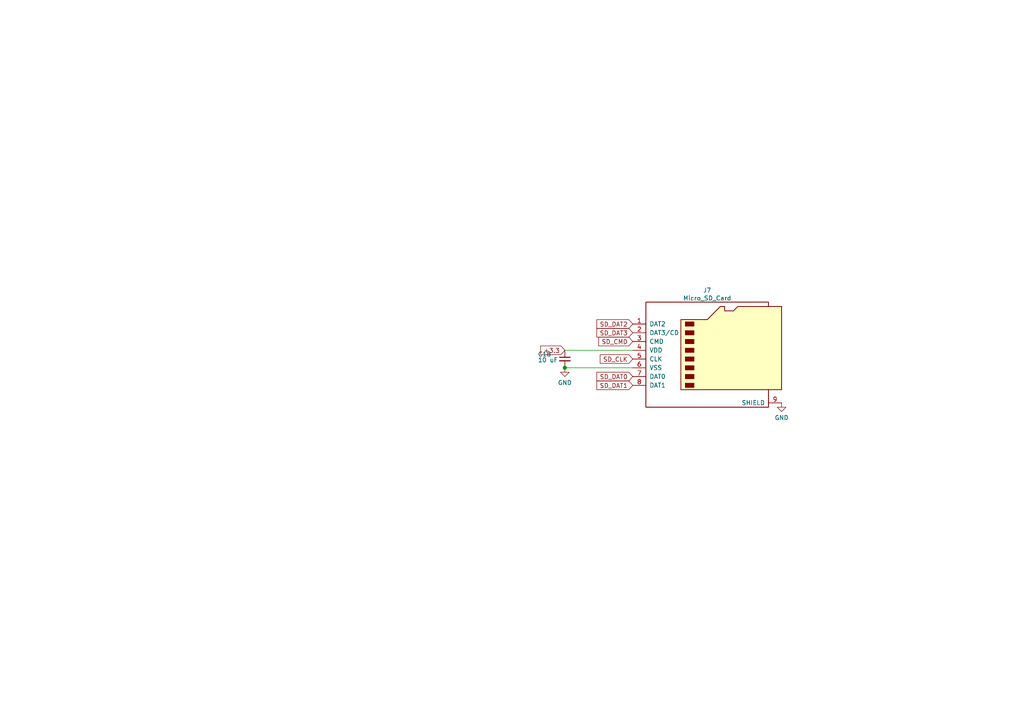
<source format=kicad_sch>
(kicad_sch (version 20210126) (generator eeschema)
  (paper "A4")
  (lib_symbols
    (symbol "Connector:Micro_SD_Card" (pin_names (offset 1.016))
      (property "Reference" "J" (at -16.51 15.24 0))
      (property "Value" "Micro_SD_Card" (at 16.51 15.24 0))
      (symbol "Micro_SD_Card_0_1"
        (rectangle (start -7.62 -9.525) (end -5.08 -10.795) (fill (type outline)))
        (rectangle (start -7.62 -6.985) (end -5.08 -8.255) (fill (type outline)))
        (rectangle (start -7.62 -4.445) (end -5.08 -5.715) (fill (type outline)))
        (rectangle (start -7.62 -1.905) (end -5.08 -3.175) (fill (type outline)))
        (rectangle (start -7.62 0.635) (end -5.08 -0.635) (fill (type outline)))
        (rectangle (start -7.62 3.175) (end -5.08 1.905) (fill (type outline)))
        (rectangle (start -7.62 5.715) (end -5.08 4.445) (fill (type outline)))
        (rectangle (start -7.62 8.255) (end -5.08 6.985) (fill (type outline)))
        (polyline (pts (xy 16.51 12.7) (xy 16.51 13.97) (xy -19.05 13.97) (xy -19.05 -16.51) (xy 16.51 -16.51) (xy 16.51 -11.43)) (stroke (width 0.254)))
        (polyline (pts (xy -8.89 -11.43) (xy -8.89 8.89) (xy -1.27 8.89) (xy 2.54 12.7) (xy 3.81 12.7) (xy 3.81 11.43) (xy 6.35 11.43) (xy 7.62 12.7) (xy 20.32 12.7) (xy 20.32 -11.43) (xy -8.89 -11.43)) (stroke (width 0.254)) (fill (type background)))
      )
      (symbol "Micro_SD_Card_1_1"
        (pin bidirectional line (at -22.86 7.62 0) (length 3.81) (name "DAT2") (number "1"))
        (pin bidirectional line (at -22.86 5.08 0) (length 3.81) (name "DAT3/CD") (number "2"))
        (pin input line (at -22.86 2.54 0) (length 3.81) (name "CMD") (number "3"))
        (pin power_in line (at -22.86 0 0) (length 3.81) (name "VDD") (number "4"))
        (pin input line (at -22.86 -2.54 0) (length 3.81) (name "CLK") (number "5"))
        (pin power_in line (at -22.86 -5.08 0) (length 3.81) (name "VSS") (number "6"))
        (pin bidirectional line (at -22.86 -7.62 0) (length 3.81) (name "DAT0") (number "7"))
        (pin bidirectional line (at -22.86 -10.16 0) (length 3.81) (name "DAT1") (number "8"))
        (pin passive line (at 20.32 -15.24 180) (length 3.81) (name "SHIELD") (number "9"))
      )
    )
    (symbol "Device:C_Small" (pin_numbers hide) (pin_names (offset 0.254) hide)
      (property "Reference" "C" (at 0.254 1.778 0))
      (property "Value" "C_Small" (at 0.254 -2.032 0))
      (symbol "C_Small_0_1"
        (polyline (pts (xy -1.524 -0.508) (xy 1.524 -0.508)) (stroke (width 0.3302)))
        (polyline (pts (xy -1.524 0.508) (xy 1.524 0.508)) (stroke (width 0.3048)))
      )
      (symbol "C_Small_1_1"
        (pin passive line (at 0 2.54 270) (length 2.032) (name "~") (number "1"))
        (pin passive line (at 0 -2.54 90) (length 2.032) (name "~") (number "2"))
      )
    )
    (symbol "power:GND" (power) (pin_names (offset 0))
      (property "Value" "GND" (at 0 -3.81 0))
      (symbol "GND_0_1"
        (polyline (pts (xy 0 0) (xy 0 -1.27) (xy 1.27 -1.27) (xy 0 -2.54) (xy -1.27 -1.27) (xy 0 -1.27)))
      )
      (symbol "GND_1_1"
        (pin power_in line (at 0 0 270) (length 0) hide (name "GND") (number "1"))
      )
    )
  )
  (junction (at 163.83 106.68) (diameter 1.016))
  (wire (pts (xy 163.83 101.6) (xy 183.515 101.6)))
  (wire (pts (xy 163.83 106.68) (xy 183.515 106.68)))
  (global_label "+3.3" (shape input) (at 163.83 101.6 180) (property "Intersheet References" "${INTERSHEET_REFS}" (effects hide)))
  (global_label "SD_DAT2" (shape input) (at 183.515 93.98 180) (property "Intersheet References" "${INTERSHEET_REFS}" (effects hide)))
  (global_label "SD_DAT3" (shape input) (at 183.515 96.52 180) (property "Intersheet References" "${INTERSHEET_REFS}" (effects hide)))
  (global_label "SD_CMD" (shape input) (at 183.515 99.06 180) (property "Intersheet References" "${INTERSHEET_REFS}" (effects hide)))
  (global_label "SD_CLK" (shape input) (at 183.515 104.14 180) (property "Intersheet References" "${INTERSHEET_REFS}" (effects hide)))
  (global_label "SD_DAT0" (shape input) (at 183.515 109.22 180) (property "Intersheet References" "${INTERSHEET_REFS}" (effects hide)))
  (global_label "SD_DAT1" (shape input) (at 183.515 111.76 180) (property "Intersheet References" "${INTERSHEET_REFS}" (effects hide)))
  (symbol (lib_id "power:GND") (at 163.83 106.68 0) (unit 1)
    (property "Reference" "#PWR0148" (effects hide))
    (property "Value" "GND" (at 163.83 111.0044 0))
  )
  (symbol (lib_id "power:GND") (at 226.695 116.84 0) (unit 1)
    (property "Reference" "#PWR0149" (effects hide))
    (property "Value" "GND" (at 226.695 121.1644 0))
  )
  (symbol (lib_id "Device:C_Small") (at 163.83 104.14 0) (unit 1)
    (property "Reference" "C18" (at 155.9942 102.7441 0) (effects (justify left)))
    (property "Value" "10 uF" (at 155.9942 104.4078 0) (effects (justify left)))
    (property "Footprint" "Capacitor_SMD:C_1206_3216Metric" (effects hide))
  )
  (symbol (lib_id "Connector:Micro_SD_Card") (at 206.375 101.6 0) (unit 1)
    (property "Reference" "J7" (at 205.105 84.1968 0))
    (property "Value" "Micro_SD_Card" (at 205.105 86.4955 0))
    (property "Footprint" "teensy:MOLEX_503182-1852" (effects hide))
    (property "Datasheet" "http://katalog.we-online.de/em/datasheet/693072010801.pdf" (effects hide))
  )
)
</source>
